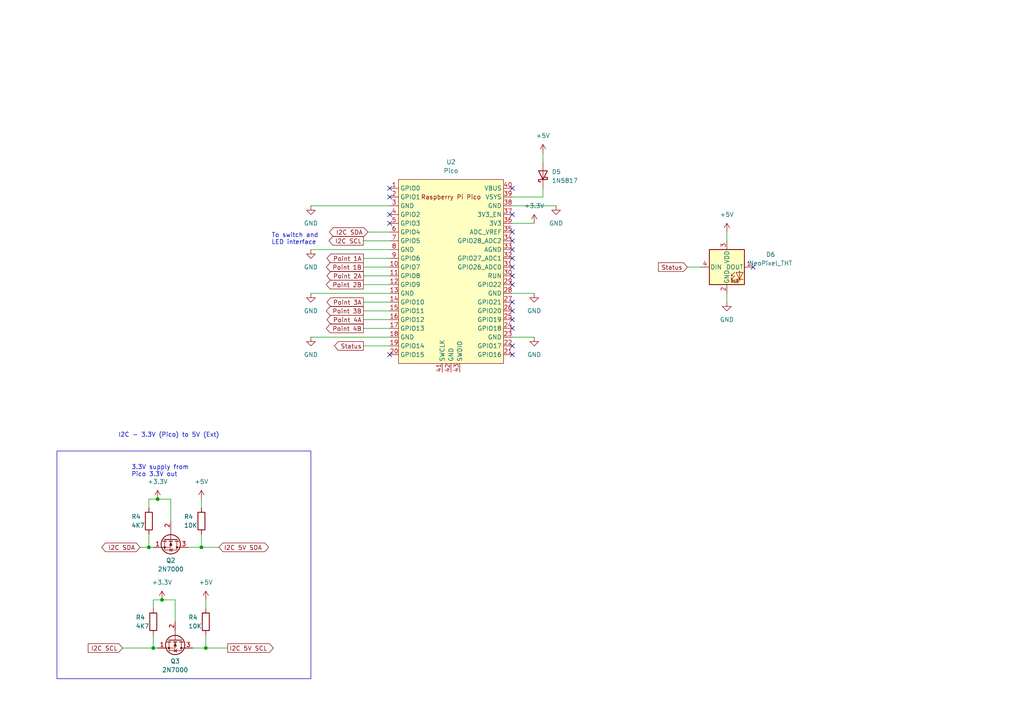
<source format=kicad_sch>
(kicad_sch (version 20230121) (generator eeschema)
  (paper "A4")
  (title_block (date "April 2024") (comment 1 "www.penguintutor.com/projects/modelrailwaypoints"))
  (lib_symbols
    (symbol "Device:R" (pin_numbers hide) (pin_names (offset 0))
      (property "Reference" "R" (at 2.032 0 90))
      (property "Value" "R" (at 0 0 90))
      (symbol "R_0_1"
        (rectangle (start -1.016 -2.54) (end 1.016 2.54) (stroke (width 0.254)))
      )
      (symbol "R_1_1"
        (pin passive line (at 0 3.81 270) (length 1.27) (name "~") (number "1"))
        (pin passive line (at 0 -3.81 90) (length 1.27) (name "~") (number "2"))
      )
    )
    (symbol "Diode:1N5817" (pin_numbers hide) (pin_names (offset 1.016) hide)
      (property "Reference" "D" (at 0 2.54 0))
      (property "Value" "1N5817" (at 0 -2.54 0))
      (symbol "1N5817_0_1"
        (polyline (pts (xy 1.27 0) (xy -1.27 0)))
        (polyline (pts (xy 1.27 1.27) (xy 1.27 -1.27) (xy -1.27 0) (xy 1.27 1.27)) (stroke (width 0.254)))
        (polyline (pts (xy -1.905 0.635) (xy -1.905 1.27) (xy -1.27 1.27) (xy -1.27 -1.27) (xy -0.635 -1.27) (xy -0.635 -0.635)) (stroke (width 0.254)))
      )
      (symbol "1N5817_1_1"
        (pin passive line (at -3.81 0 0) (length 2.54) (name "K") (number "1"))
        (pin passive line (at 3.81 0 180) (length 2.54) (name "A") (number "2"))
      )
    )
    (symbol "LED:NeoPixel_THT" (pin_names (offset 0.254))
      (property "Reference" "D" (at 5.08 5.715 0))
      (property "Value" "NeoPixel_THT" (at 1.27 -5.715 0))
      (symbol "NeoPixel_THT_0_0"
        (text "RGB" (at 2.286 -4.191 0) (effects (font (size 0.762 0.762))))
      )
      (symbol "NeoPixel_THT_0_1"
        (polyline (pts (xy 1.27 -3.556) (xy 1.778 -3.556)))
        (polyline (pts (xy 1.27 -2.54) (xy 1.778 -2.54)))
        (polyline (pts (xy 4.699 -3.556) (xy 2.667 -3.556)))
        (polyline (pts (xy 2.286 -2.54) (xy 1.27 -3.556) (xy 1.27 -3.048)))
        (polyline (pts (xy 2.286 -1.524) (xy 1.27 -2.54) (xy 1.27 -2.032)))
        (polyline (pts (xy 3.683 -1.016) (xy 3.683 -3.556) (xy 3.683 -4.064)))
        (polyline (pts (xy 4.699 -1.524) (xy 2.667 -1.524) (xy 3.683 -3.556) (xy 4.699 -1.524)))
        (rectangle (start 5.08 5.08) (end -5.08 -5.08) (stroke (width 0.254)) (fill (type background)))
      )
      (symbol "NeoPixel_THT_1_1"
        (pin output line (at 7.62 0 180) (length 2.54) (name "DOUT") (number "1"))
        (pin power_in line (at 0 -7.62 90) (length 2.54) (name "GND") (number "2"))
        (pin power_in line (at 0 7.62 270) (length 2.54) (name "VDD") (number "3"))
        (pin input line (at -7.62 0 0) (length 2.54) (name "DIN") (number "4"))
      )
    )
    (symbol "MCU_RaspberryPi_and_Boards:Pico"
      (property "Reference" "U" (at -13.97 27.94 0))
      (property "Value" "Pico" (at 0 19.05 0))
      (symbol "Pico_0_0"
        (text "Raspberry Pi Pico" (at 0 21.59 0) (effects (font (size 1.27 1.27))))
      )
      (symbol "Pico_0_1"
        (rectangle (start -15.24 26.67) (end 15.24 -26.67) (fill (type background)))
      )
      (symbol "Pico_1_1"
        (pin bidirectional line (at -17.78 24.13 0) (length 2.54) (name "GPIO0") (number "1"))
        (pin bidirectional line (at -17.78 1.27 0) (length 2.54) (name "GPIO7") (number "10"))
        (pin bidirectional line (at -17.78 -1.27 0) (length 2.54) (name "GPIO8") (number "11"))
        (pin bidirectional line (at -17.78 -3.81 0) (length 2.54) (name "GPIO9") (number "12"))
        (pin power_in line (at -17.78 -6.35 0) (length 2.54) (name "GND") (number "13"))
        (pin bidirectional line (at -17.78 -8.89 0) (length 2.54) (name "GPIO10") (number "14"))
        (pin bidirectional line (at -17.78 -11.43 0) (length 2.54) (name "GPIO11") (number "15"))
        (pin bidirectional line (at -17.78 -13.97 0) (length 2.54) (name "GPIO12") (number "16"))
        (pin bidirectional line (at -17.78 -16.51 0) (length 2.54) (name "GPIO13") (number "17"))
        (pin power_in line (at -17.78 -19.05 0) (length 2.54) (name "GND") (number "18"))
        (pin bidirectional line (at -17.78 -21.59 0) (length 2.54) (name "GPIO14") (number "19"))
        (pin bidirectional line (at -17.78 21.59 0) (length 2.54) (name "GPIO1") (number "2"))
        (pin bidirectional line (at -17.78 -24.13 0) (length 2.54) (name "GPIO15") (number "20"))
        (pin bidirectional line (at 17.78 -24.13 180) (length 2.54) (name "GPIO16") (number "21"))
        (pin bidirectional line (at 17.78 -21.59 180) (length 2.54) (name "GPIO17") (number "22"))
        (pin power_in line (at 17.78 -19.05 180) (length 2.54) (name "GND") (number "23"))
        (pin bidirectional line (at 17.78 -16.51 180) (length 2.54) (name "GPIO18") (number "24"))
        (pin bidirectional line (at 17.78 -13.97 180) (length 2.54) (name "GPIO19") (number "25"))
        (pin bidirectional line (at 17.78 -11.43 180) (length 2.54) (name "GPIO20") (number "26"))
        (pin bidirectional line (at 17.78 -8.89 180) (length 2.54) (name "GPIO21") (number "27"))
        (pin power_in line (at 17.78 -6.35 180) (length 2.54) (name "GND") (number "28"))
        (pin bidirectional line (at 17.78 -3.81 180) (length 2.54) (name "GPIO22") (number "29"))
        (pin power_in line (at -17.78 19.05 0) (length 2.54) (name "GND") (number "3"))
        (pin input line (at 17.78 -1.27 180) (length 2.54) (name "RUN") (number "30"))
        (pin bidirectional line (at 17.78 1.27 180) (length 2.54) (name "GPIO26_ADC0") (number "31"))
        (pin bidirectional line (at 17.78 3.81 180) (length 2.54) (name "GPIO27_ADC1") (number "32"))
        (pin power_in line (at 17.78 6.35 180) (length 2.54) (name "AGND") (number "33"))
        (pin bidirectional line (at 17.78 8.89 180) (length 2.54) (name "GPIO28_ADC2") (number "34"))
        (pin power_in line (at 17.78 11.43 180) (length 2.54) (name "ADC_VREF") (number "35"))
        (pin power_in line (at 17.78 13.97 180) (length 2.54) (name "3V3") (number "36"))
        (pin input line (at 17.78 16.51 180) (length 2.54) (name "3V3_EN") (number "37"))
        (pin bidirectional line (at 17.78 19.05 180) (length 2.54) (name "GND") (number "38"))
        (pin power_in line (at 17.78 21.59 180) (length 2.54) (name "VSYS") (number "39"))
        (pin bidirectional line (at -17.78 16.51 0) (length 2.54) (name "GPIO2") (number "4"))
        (pin power_in line (at 17.78 24.13 180) (length 2.54) (name "VBUS") (number "40"))
        (pin input line (at -2.54 -29.21 90) (length 2.54) (name "SWCLK") (number "41"))
        (pin power_in line (at 0 -29.21 90) (length 2.54) (name "GND") (number "42"))
        (pin bidirectional line (at 2.54 -29.21 90) (length 2.54) (name "SWDIO") (number "43"))
        (pin bidirectional line (at -17.78 13.97 0) (length 2.54) (name "GPIO3") (number "5"))
        (pin bidirectional line (at -17.78 11.43 0) (length 2.54) (name "GPIO4") (number "6"))
        (pin bidirectional line (at -17.78 8.89 0) (length 2.54) (name "GPIO5") (number "7"))
        (pin power_in line (at -17.78 6.35 0) (length 2.54) (name "GND") (number "8"))
        (pin bidirectional line (at -17.78 3.81 0) (length 2.54) (name "GPIO6") (number "9"))
      )
    )
    (symbol "Transistor_FET:2N7000" (pin_names hide)
      (property "Reference" "Q" (at 5.08 1.905 0))
      (property "Value" "2N7000" (at 5.08 0 0))
      (symbol "2N7000_0_1"
        (polyline (pts (xy 0.254 0) (xy -2.54 0)))
        (polyline (pts (xy 0.254 1.905) (xy 0.254 -1.905)) (stroke (width 0.254)))
        (polyline (pts (xy 0.762 -1.27) (xy 0.762 -2.286)) (stroke (width 0.254)))
        (polyline (pts (xy 0.762 0.508) (xy 0.762 -0.508)) (stroke (width 0.254)))
        (polyline (pts (xy 0.762 2.286) (xy 0.762 1.27)) (stroke (width 0.254)))
        (polyline (pts (xy 2.54 2.54) (xy 2.54 1.778)))
        (polyline (pts (xy 2.54 -2.54) (xy 2.54 0) (xy 0.762 0)))
        (polyline (pts (xy 0.762 -1.778) (xy 3.302 -1.778) (xy 3.302 1.778) (xy 0.762 1.778)))
        (polyline (pts (xy 1.016 0) (xy 2.032 0.381) (xy 2.032 -0.381) (xy 1.016 0)) (fill (type outline)))
        (polyline (pts (xy 2.794 0.508) (xy 2.921 0.381) (xy 3.683 0.381) (xy 3.81 0.254)))
        (polyline (pts (xy 3.302 0.381) (xy 2.921 -0.254) (xy 3.683 -0.254) (xy 3.302 0.381)))
        (circle (center 1.651 0) (radius 2.794) (stroke (width 0.254)))
        (circle (center 2.54 -1.778) (radius 0.254) (fill (type outline)))
        (circle (center 2.54 1.778) (radius 0.254) (fill (type outline)))
      )
      (symbol "2N7000_1_1"
        (pin passive line (at 2.54 -5.08 90) (length 2.54) (name "S") (number "1"))
        (pin input line (at -5.08 0 0) (length 2.54) (name "G") (number "2"))
        (pin passive line (at 2.54 5.08 270) (length 2.54) (name "D") (number "3"))
      )
    )
    (symbol "power:+3.3V" (power) (pin_names (offset 0))
      (property "Value" "+3.3V" (at 0 3.556 0))
      (symbol "+3.3V_0_1"
        (polyline (pts (xy -0.762 1.27) (xy 0 2.54)))
        (polyline (pts (xy 0 0) (xy 0 2.54)))
        (polyline (pts (xy 0 2.54) (xy 0.762 1.27)))
      )
      (symbol "+3.3V_1_1"
        (pin power_in line (at 0 0 90) (length 0) hide (name "+3.3V") (number "1"))
      )
    )
    (symbol "power:+5V" (power) (pin_names (offset 0))
      (property "Value" "+5V" (at 0 3.556 0))
      (symbol "+5V_0_1"
        (polyline (pts (xy -0.762 1.27) (xy 0 2.54)))
        (polyline (pts (xy 0 0) (xy 0 2.54)))
        (polyline (pts (xy 0 2.54) (xy 0.762 1.27)))
      )
      (symbol "+5V_1_1"
        (pin power_in line (at 0 0 90) (length 0) hide (name "+5V") (number "1"))
      )
    )
    (symbol "power:GND" (power) (pin_names (offset 0))
      (property "Value" "GND" (at 0 -3.81 0))
      (symbol "GND_0_1"
        (polyline (pts (xy 0 0) (xy 0 -1.27) (xy 1.27 -1.27) (xy 0 -2.54) (xy -1.27 -1.27) (xy 0 -1.27)))
      )
      (symbol "GND_1_1"
        (pin power_in line (at 0 0 270) (length 0) hide (name "GND") (number "1"))
      )
    )
  )
  (junction (at 45.72 144.78))
  (junction (at 44.45 187.96))
  (junction (at 58.42 158.75))
  (junction (at 46.99 173.99))
  (junction (at 43.18 158.75))
  (junction (at 59.69 187.96))
  (no_connect (at 148.59 95.25))
  (no_connect (at 113.03 102.87))
  (no_connect (at 148.59 100.33))
  (no_connect (at 148.59 62.23))
  (no_connect (at 148.59 67.31))
  (no_connect (at 218.44 77.47))
  (no_connect (at 113.03 64.77))
  (no_connect (at 148.59 69.85))
  (no_connect (at 148.59 72.39))
  (no_connect (at 113.03 57.15))
  (no_connect (at 148.59 80.01))
  (no_connect (at 148.59 87.63))
  (no_connect (at 148.59 92.71))
  (no_connect (at 148.59 90.17))
  (no_connect (at 148.59 82.55))
  (no_connect (at 113.03 62.23))
  (no_connect (at 148.59 102.87))
  (no_connect (at 148.59 77.47))
  (no_connect (at 148.59 74.93))
  (no_connect (at 113.03 54.61))
  (no_connect (at 148.59 54.61))
  (wire (pts (xy 105.41 87.63) (xy 113.03 87.63)))
  (wire (pts (xy 35.56 187.96) (xy 44.45 187.96)))
  (wire (pts (xy 59.69 187.96) (xy 59.69 184.15)))
  (wire (pts (xy 105.41 77.47) (xy 113.03 77.47)))
  (wire (pts (xy 50.8 180.34) (xy 50.8 173.99)))
  (wire (pts (xy 105.41 95.25) (xy 113.03 95.25)))
  (wire (pts (xy 49.53 151.13) (xy 49.53 144.78)))
  (wire (pts (xy 210.82 67.31) (xy 210.82 69.85)))
  (wire (pts (xy 105.41 69.85) (xy 113.03 69.85)))
  (wire (pts (xy 44.45 184.15) (xy 44.45 187.96)))
  (wire (pts (xy 54.61 158.75) (xy 58.42 158.75)))
  (wire (pts (xy 148.59 59.69) (xy 161.29 59.69)))
  (wire (pts (xy 148.59 97.79) (xy 154.94 97.79)))
  (wire (pts (xy 105.41 82.55) (xy 113.03 82.55)))
  (wire (pts (xy 105.41 80.01) (xy 113.03 80.01)))
  (wire (pts (xy 59.69 187.96) (xy 66.04 187.96)))
  (wire (pts (xy 105.41 100.33) (xy 113.03 100.33)))
  (wire (pts (xy 43.18 158.75) (xy 44.45 158.75)))
  (wire (pts (xy 58.42 158.75) (xy 58.42 154.94)))
  (wire (pts (xy 59.69 173.99) (xy 59.69 176.53)))
  (wire (pts (xy 105.41 90.17) (xy 113.03 90.17)))
  (wire (pts (xy 58.42 158.75) (xy 63.5 158.75)))
  (wire (pts (xy 90.17 97.79) (xy 113.03 97.79)))
  (wire (pts (xy 148.59 64.77) (xy 154.94 64.77)))
  (wire (pts (xy 58.42 144.78) (xy 58.42 147.32)))
  (wire (pts (xy 148.59 85.09) (xy 154.94 85.09)))
  (wire (pts (xy 199.39 77.47) (xy 203.2 77.47)))
  (wire (pts (xy 44.45 187.96) (xy 45.72 187.96)))
  (wire (pts (xy 44.45 173.99) (xy 46.99 173.99)))
  (wire (pts (xy 43.18 154.94) (xy 43.18 158.75)))
  (wire (pts (xy 157.48 54.61) (xy 157.48 57.15)))
  (wire (pts (xy 90.17 72.39) (xy 113.03 72.39)))
  (wire (pts (xy 40.64 158.75) (xy 43.18 158.75)))
  (wire (pts (xy 106.68 67.31) (xy 113.03 67.31)))
  (wire (pts (xy 49.53 144.78) (xy 45.72 144.78)))
  (wire (pts (xy 43.18 147.32) (xy 43.18 144.78)))
  (wire (pts (xy 44.45 176.53) (xy 44.45 173.99)))
  (wire (pts (xy 210.82 85.09) (xy 210.82 87.63)))
  (wire (pts (xy 90.17 59.69) (xy 113.03 59.69)))
  (wire (pts (xy 105.41 74.93) (xy 113.03 74.93)))
  (wire (pts (xy 43.18 144.78) (xy 45.72 144.78)))
  (wire (pts (xy 50.8 173.99) (xy 46.99 173.99)))
  (wire (pts (xy 105.41 92.71) (xy 113.03 92.71)))
  (wire (pts (xy 90.17 85.09) (xy 113.03 85.09)))
  (wire (pts (xy 157.48 44.45) (xy 157.48 46.99)))
  (wire (pts (xy 148.59 57.15) (xy 157.48 57.15)))
  (wire (pts (xy 55.88 187.96) (xy 59.69 187.96)))
  (rectangle (start 16.51 130.81) (end 90.17 196.85))
  (text "3.3V supply from \nPico 3.3V out" (at 38.1 138.43 0) (effects (font (size 1.27 1.27)) (justify left bottom)))
  (text "To switch and \nLED interface" (at 78.74 71.12 0) (effects (font (size 1.27 1.27)) (justify left bottom)))
  (text "I2C - 3.3V (Pico) to 5V (Ext)" (at 34.29 127 0) (effects (font (size 1.27 1.27)) (justify left bottom)))
  (global_label "I2C SCL" (shape output) (at 105.41 69.85 180) (property "Intersheetrefs" "${INTERSHEET_REFS}" (effects hide)))
  (global_label "Point 4B" (shape output) (at 105.41 95.25 180) (property "Intersheetrefs" "${INTERSHEET_REFS}" (effects hide)))
  (global_label "Point 1A" (shape output) (at 105.41 74.93 180) (property "Intersheetrefs" "${INTERSHEET_REFS}" (effects hide)))
  (global_label "Point 3B" (shape output) (at 105.41 90.17 180) (property "Intersheetrefs" "${INTERSHEET_REFS}" (effects hide)))
  (global_label "Point 1B" (shape output) (at 105.41 77.47 180) (property "Intersheetrefs" "${INTERSHEET_REFS}" (effects hide)))
  (global_label "I2C SDA" (shape bidirectional) (at 40.64 158.75 180) (property "Intersheetrefs" "${INTERSHEET_REFS}" (effects hide)))
  (global_label "I2C SCL" (shape input) (at 35.56 187.96 180) (property "Intersheetrefs" "${INTERSHEET_REFS}" (effects hide)))
  (global_label "Status" (shape output) (at 105.41 100.33 180) (property "Intersheetrefs" "${INTERSHEET_REFS}" (effects hide)))
  (global_label "Status" (shape input) (at 199.39 77.47 180) (property "Intersheetrefs" "${INTERSHEET_REFS}" (effects hide)))
  (global_label "Point 2A" (shape output) (at 105.41 80.01 180) (property "Intersheetrefs" "${INTERSHEET_REFS}" (effects hide)))
  (global_label "I2C 5V SDA" (shape bidirectional) (at 63.5 158.75 0) (property "Intersheetrefs" "${INTERSHEET_REFS}" (effects hide)))
  (global_label "Point 4A" (shape output) (at 105.41 92.71 180) (property "Intersheetrefs" "${INTERSHEET_REFS}" (effects hide)))
  (global_label "I2C 5V SCL" (shape output) (at 66.04 187.96 0) (property "Intersheetrefs" "${INTERSHEET_REFS}" (effects hide)))
  (global_label "I2C SDA" (shape bidirectional) (at 106.68 67.31 180) (property "Intersheetrefs" "${INTERSHEET_REFS}" (effects hide)))
  (global_label "Point 2B" (shape output) (at 105.41 82.55 180) (property "Intersheetrefs" "${INTERSHEET_REFS}" (effects hide)))
  (global_label "Point 3A" (shape output) (at 105.41 87.63 180) (property "Intersheetrefs" "${INTERSHEET_REFS}" (effects hide)))
  (symbol (lib_id "Device:R") (at 59.69 180.34 0) (unit 1)
    (property "Reference" "R4" (at 54.61 179.07 0) (effects (justify left)))
    (property "Value" "10K" (at 54.61 181.61 0) (effects (justify left)))
    (property "Footprint" "Resistor_THT:R_Axial_DIN0411_L9.9mm_D3.6mm_P15.24mm_Horizontal" (effects hide))
    (instances (project "point-controller" (path "" (reference "R4") (unit 1)) (path "" (reference "R7") (unit 1))))
  )
  (symbol (lib_id "power:GND") (at 90.17 59.69 0) (unit 1)
    (property "Reference" "#PWR016" (effects hide))
    (property "Value" "GND" (at 90.17 64.77 0))
  )
  (symbol (lib_id "power:GND") (at 90.17 85.09 0) (unit 1)
    (property "Reference" "#PWR021" (effects hide))
    (property "Value" "GND" (at 90.17 90.17 0))
  )
  (symbol (lib_id "Transistor_FET:2N7000") (at 50.8 185.42 270) (unit 1)
    (property "Reference" "Q3" (at 50.8 191.77 90))
    (property "Value" "2N7000" (at 50.8 194.31 90))
    (property "Footprint" "Package_TO_SOT_THT:TO-92_Inline" (effects hide))
    (property "Datasheet" "https://www.vishay.com/docs/70226/70226.pdf" (effects hide))
  )
  (symbol (lib_id "Device:R") (at 58.42 151.13 0) (unit 1)
    (property "Reference" "R4" (at 53.34 149.86 0) (effects (justify left)))
    (property "Value" "10K" (at 53.34 152.4 0) (effects (justify left)))
    (property "Footprint" "Resistor_THT:R_Axial_DIN0411_L9.9mm_D3.6mm_P15.24mm_Horizontal" (effects hide))
    (instances (project "point-controller" (path "" (reference "R4") (unit 1)) (path "" (reference "R5") (unit 1))))
  )
  (symbol (lib_id "power:+3.3V") (at 46.99 173.99 0) (unit 1)
    (property "Reference" "#PWR014" (effects hide))
    (property "Value" "+3.3V" (at 46.99 168.91 0))
    (instances (project "point-controller" (path "" (reference "#PWR014") (unit 1)) (path "" (reference "#PWR028") (unit 1))))
  )
  (symbol (lib_id "LED:NeoPixel_THT") (at 210.82 77.47 0) (unit 1)
    (property "Reference" "D6" (at 223.52 73.8221 0))
    (property "Value" "NeoPixel_THT" (at 223.52 76.3621 0))
    (property "Footprint" "LED_THT:LED_D5.0mm-4_RGB_Wide_Pins" (effects hide))
    (property "Datasheet" "https://www.adafruit.com/product/1938" (effects hide))
  )
  (symbol (lib_id "power:+3.3V") (at 45.72 144.78 0) (unit 1)
    (property "Reference" "#PWR014" (effects hide))
    (property "Value" "+3.3V" (at 45.72 139.7 0))
    (instances (project "point-controller" (path "" (reference "#PWR014") (unit 1)) (path "" (reference "#PWR026") (unit 1))))
  )
  (symbol (lib_id "Diode:1N5817") (at 157.48 50.8 90) (unit 1)
    (property "Reference" "D5" (at 160.02 49.8475 90) (effects (justify right)))
    (property "Value" "1N5817" (at 160.02 52.3875 90) (effects (justify right)))
    (property "Footprint" "Diode_THT:D_DO-41_SOD81_P10.16mm_Horizontal" (effects hide))
    (property "Datasheet" "http://www.vishay.com/docs/88525/1n5817.pdf" (effects hide))
  )
  (symbol (lib_id "power:+5V") (at 157.48 44.45 0) (unit 1)
    (property "Reference" "#PWR05" (effects hide))
    (property "Value" "+5V" (at 157.48 39.37 0))
    (instances (project "point-controller" (path "" (reference "#PWR05") (unit 1)) (path "" (reference "#PWR05") (unit 1)) (path "" (reference "#PWR015") (unit 1))))
  )
  (symbol (lib_id "Transistor_FET:2N7000") (at 49.53 156.21 270) (unit 1)
    (property "Reference" "Q2" (at 49.53 162.56 90))
    (property "Value" "2N7000" (at 49.53 165.1 90))
    (property "Footprint" "Package_TO_SOT_THT:TO-92_Inline" (effects hide))
    (property "Datasheet" "https://www.vishay.com/docs/70226/70226.pdf" (effects hide))
  )
  (symbol (lib_id "power:+5V") (at 59.69 173.99 0) (unit 1)
    (property "Reference" "#PWR011" (effects hide))
    (property "Value" "+5V" (at 59.69 168.91 0))
    (instances (project "point-controller" (path "" (reference "#PWR011") (unit 1)) (path "" (reference "#PWR029") (unit 1))))
  )
  (symbol (lib_id "power:+3.3V") (at 154.94 64.77 0) (unit 1)
    (property "Reference" "#PWR018" (effects hide))
    (property "Value" "+3.3V" (at 154.94 59.69 0))
  )
  (symbol (lib_id "power:GND") (at 90.17 97.79 0) (unit 1)
    (property "Reference" "#PWR024" (effects hide))
    (property "Value" "GND" (at 90.17 102.87 0))
  )
  (symbol (lib_id "Device:R") (at 43.18 151.13 0) (unit 1)
    (property "Reference" "R4" (at 38.1 149.86 0) (effects (justify left)))
    (property "Value" "4K7" (at 38.1 152.4 0) (effects (justify left)))
    (property "Footprint" "Resistor_THT:R_Axial_DIN0411_L9.9mm_D3.6mm_P15.24mm_Horizontal" (effects hide))
  )
  (symbol (lib_id "power:GND") (at 154.94 85.09 0) (unit 1)
    (property "Reference" "#PWR022" (effects hide))
    (property "Value" "GND" (at 154.94 90.17 0))
  )
  (symbol (lib_id "power:+5V") (at 210.82 67.31 0) (unit 1)
    (property "Reference" "#PWR05" (effects hide))
    (property "Value" "+5V" (at 210.82 62.23 0))
    (instances (project "point-controller" (path "" (reference "#PWR05") (unit 1)) (path "" (reference "#PWR05") (unit 1)) (path "" (reference "#PWR019") (unit 1))))
  )
  (symbol (lib_id "MCU_RaspberryPi_and_Boards:Pico") (at 130.81 78.74 0) (unit 1)
    (property "Reference" "U2" (at 130.81 46.99 0))
    (property "Value" "Pico" (at 130.81 49.53 0))
    (property "Footprint" "Pico:RPi_Pico_SMD_TH" (effects hide))
  )
  (symbol (lib_id "power:GND") (at 154.94 97.79 0) (unit 1)
    (property "Reference" "#PWR025" (effects hide))
    (property "Value" "GND" (at 154.94 102.87 0))
  )
  (symbol (lib_id "power:GND") (at 161.29 59.69 0) (unit 1)
    (property "Reference" "#PWR017" (effects hide))
    (property "Value" "GND" (at 161.29 64.77 0))
  )
  (symbol (lib_id "power:GND") (at 210.82 87.63 0) (unit 1)
    (property "Reference" "#PWR023" (effects hide))
    (property "Value" "GND" (at 210.82 92.71 0))
  )
  (symbol (lib_id "power:GND") (at 90.17 72.39 0) (unit 1)
    (property "Reference" "#PWR020" (effects hide))
    (property "Value" "GND" (at 90.17 77.47 0))
  )
  (symbol (lib_id "power:+5V") (at 58.42 144.78 0) (unit 1)
    (property "Reference" "#PWR011" (effects hide))
    (property "Value" "+5V" (at 58.42 139.7 0))
    (instances (project "point-controller" (path "" (reference "#PWR011") (unit 1)) (path "" (reference "#PWR027") (unit 1))))
  )
  (symbol (lib_id "Device:R") (at 44.45 180.34 0) (unit 1)
    (property "Reference" "R4" (at 39.37 179.07 0) (effects (justify left)))
    (property "Value" "4K7" (at 39.37 181.61 0) (effects (justify left)))
    (property "Footprint" "Resistor_THT:R_Axial_DIN0411_L9.9mm_D3.6mm_P15.24mm_Horizontal" (effects hide))
    (instances (project "point-controller" (path "" (reference "R4") (unit 1)) (path "" (reference "R6") (unit 1))))
  )
)
</source>
